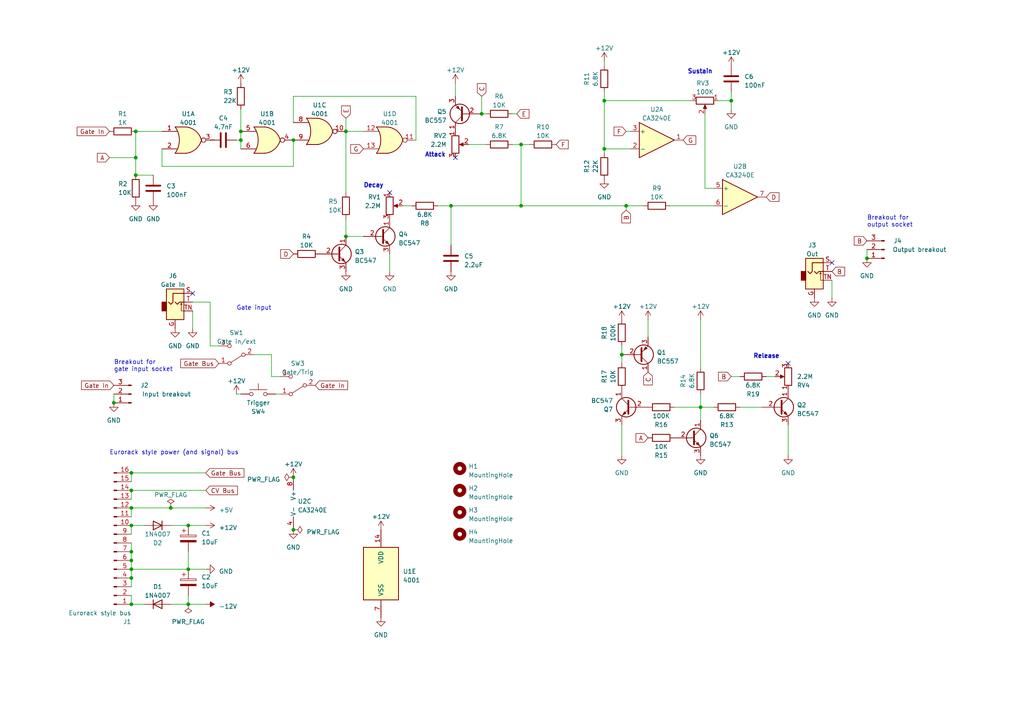
<source format=kicad_sch>
(kicad_sch (version 20230121) (generator eeschema)
  (paper "A4")
  (title_block (title "Penfold ADSR") (date "2023-06-08") (rev "v1.0") (comment 1 "BP105, first published 2986, Bernard Babani") (comment 2 "Based on designs from 'Electronic Sythesiser Construction', by R.A.Penfold"))
  (lib_symbols
    (symbol "4xxx:4001" (pin_names (offset 1.016))
      (property "Reference" "U" (at 0 1.27 0))
      (property "Value" "4001" (at 0 -1.27 0))
      (symbol "4001_1_1"
        (arc (start -3.81 -3.81) (mid -2.589 0) (end -3.81 3.81) (stroke (width 0.254)))
        (arc (start -0.6096 -3.81) (mid 2.1842 -2.5851) (end 3.81 0) (stroke (width 0.254)) (fill (type background)))
        (polyline (pts (xy -3.81 -3.81) (xy -0.635 -3.81)) (stroke (width 0.254)) (fill (type background)))
        (polyline (pts (xy -3.81 3.81) (xy -0.635 3.81)) (stroke (width 0.254)) (fill (type background)))
        (polyline (pts (xy -0.635 3.81) (xy -3.81 3.81) (xy -3.81 3.81) (xy -3.556 3.4036) (xy -3.0226 2.2606) (xy -2.6924 1.0414) (xy -2.6162 -0.254) (xy -2.7686 -1.4986) (xy -3.175 -2.7178) (xy -3.81 -3.81) (xy -3.81 -3.81) (xy -0.635 -3.81)) (stroke (width -25.4)) (fill (type background)))
        (arc (start 3.81 0) (mid 2.1915 2.5936) (end -0.6096 3.81) (stroke (width 0.254)) (fill (type background)))
        (pin input line (at -7.62 2.54 0) (length 4.318) (name "~") (number "1"))
        (pin input line (at -7.62 -2.54 0) (length 4.318) (name "~") (number "2"))
        (pin output inverted (at 7.62 0 180) (length 3.81) (name "~") (number "3"))
      )
      (symbol "4001_1_2"
        (arc (start 0 -3.81) (mid 3.7934 0) (end 0 3.81) (stroke (width 0.254)) (fill (type background)))
        (polyline (pts (xy 0 3.81) (xy -3.81 3.81) (xy -3.81 -3.81) (xy 0 -3.81)) (stroke (width 0.254)) (fill (type background)))
        (pin input inverted (at -7.62 2.54 0) (length 3.81) (name "~") (number "1"))
        (pin input inverted (at -7.62 -2.54 0) (length 3.81) (name "~") (number "2"))
        (pin output line (at 7.62 0 180) (length 3.81) (name "~") (number "3"))
      )
      (symbol "4001_2_1"
        (arc (start -3.81 -3.81) (mid -2.589 0) (end -3.81 3.81) (stroke (width 0.254)))
        (arc (start -0.6096 -3.81) (mid 2.1842 -2.5851) (end 3.81 0) (stroke (width 0.254)) (fill (type background)))
        (polyline (pts (xy -3.81 -3.81) (xy -0.635 -3.81)) (stroke (width 0.254)) (fill (type background)))
        (polyline (pts (xy -3.81 3.81) (xy -0.635 3.81)) (stroke (width 0.254)) (fill (type background)))
        (polyline (pts (xy -0.635 3.81) (xy -3.81 3.81) (xy -3.81 3.81) (xy -3.556 3.4036) (xy -3.0226 2.2606) (xy -2.6924 1.0414) (xy -2.6162 -0.254) (xy -2.7686 -1.4986) (xy -3.175 -2.7178) (xy -3.81 -3.81) (xy -3.81 -3.81) (xy -0.635 -3.81)) (stroke (width -25.4)) (fill (type background)))
        (arc (start 3.81 0) (mid 2.1915 2.5936) (end -0.6096 3.81) (stroke (width 0.254)) (fill (type background)))
        (pin output inverted (at 7.62 0 180) (length 3.81) (name "~") (number "4"))
        (pin input line (at -7.62 2.54 0) (length 4.318) (name "~") (number "5"))
        (pin input line (at -7.62 -2.54 0) (length 4.318) (name "~") (number "6"))
      )
      (symbol "4001_2_2"
        (arc (start 0 -3.81) (mid 3.7934 0) (end 0 3.81) (stroke (width 0.254)) (fill (type background)))
        (polyline (pts (xy 0 3.81) (xy -3.81 3.81) (xy -3.81 -3.81) (xy 0 -3.81)) (stroke (width 0.254)) (fill (type background)))
        (pin output line (at 7.62 0 180) (length 3.81) (name "~") (number "4"))
        (pin input inverted (at -7.62 2.54 0) (length 3.81) (name "~") (number "5"))
        (pin input inverted (at -7.62 -2.54 0) (length 3.81) (name "~") (number "6"))
      )
      (symbol "4001_3_1"
        (arc (start -3.81 -3.81) (mid -2.589 0) (end -3.81 3.81) (stroke (width 0.254)))
        (arc (start -0.6096 -3.81) (mid 2.1842 -2.5851) (end 3.81 0) (stroke (width 0.254)) (fill (type background)))
        (polyline (pts (xy -3.81 -3.81) (xy -0.635 -3.81)) (stroke (width 0.254)) (fill (type background)))
        (polyline (pts (xy -3.81 3.81) (xy -0.635 3.81)) (stroke (width 0.254)) (fill (type background)))
        (polyline (pts (xy -0.635 3.81) (xy -3.81 3.81) (xy -3.81 3.81) (xy -3.556 3.4036) (xy -3.0226 2.2606) (xy -2.6924 1.0414) (xy -2.6162 -0.254) (xy -2.7686 -1.4986) (xy -3.175 -2.7178) (xy -3.81 -3.81) (xy -3.81 -3.81) (xy -0.635 -3.81)) (stroke (width -25.4)) (fill (type background)))
        (arc (start 3.81 0) (mid 2.1915 2.5936) (end -0.6096 3.81) (stroke (width 0.254)) (fill (type background)))
        (pin output inverted (at 7.62 0 180) (length 3.81) (name "~") (number "10"))
        (pin input line (at -7.62 2.54 0) (length 4.318) (name "~") (number "8"))
        (pin input line (at -7.62 -2.54 0) (length 4.318) (name "~") (number "9"))
      )
      (symbol "4001_3_2"
        (arc (start 0 -3.81) (mid 3.7934 0) (end 0 3.81) (stroke (width 0.254)) (fill (type background)))
        (polyline (pts (xy 0 3.81) (xy -3.81 3.81) (xy -3.81 -3.81) (xy 0 -3.81)) (stroke (width 0.254)) (fill (type background)))
        (pin output line (at 7.62 0 180) (length 3.81) (name "~") (number "10"))
        (pin input inverted (at -7.62 2.54 0) (length 3.81) (name "~") (number "8"))
        (pin input inverted (at -7.62 -2.54 0) (length 3.81) (name "~") (number "9"))
      )
      (symbol "4001_4_1"
        (arc (start -3.81 -3.81) (mid -2.589 0) (end -3.81 3.81) (stroke (width 0.254)))
        (arc (start -0.6096 -3.81) (mid 2.1842 -2.5851) (end 3.81 0) (stroke (width 0.254)) (fill (type background)))
        (polyline (pts (xy -3.81 -3.81) (xy -0.635 -3.81)) (stroke (width 0.254)) (fill (type background)))
        (polyline (pts (xy -3.81 3.81) (xy -0.635 3.81)) (stroke (width 0.254)) (fill (type background)))
        (polyline (pts (xy -0.635 3.81) (xy -3.81 3.81) (xy -3.81 3.81) (xy -3.556 3.4036) (xy -3.0226 2.2606) (xy -2.6924 1.0414) (xy -2.6162 -0.254) (xy -2.7686 -1.4986) (xy -3.175 -2.7178) (xy -3.81 -3.81) (xy -3.81 -3.81) (xy -0.635 -3.81)) (stroke (width -25.4)) (fill (type background)))
        (arc (start 3.81 0) (mid 2.1915 2.5936) (end -0.6096 3.81) (stroke (width 0.254)) (fill (type background)))
        (pin output inverted (at 7.62 0 180) (length 3.81) (name "~") (number "11"))
        (pin input line (at -7.62 2.54 0) (length 4.318) (name "~") (number "12"))
        (pin input line (at -7.62 -2.54 0) (length 4.318) (name "~") (number "13"))
      )
      (symbol "4001_4_2"
        (arc (start 0 -3.81) (mid 3.7934 0) (end 0 3.81) (stroke (width 0.254)) (fill (type background)))
        (polyline (pts (xy 0 3.81) (xy -3.81 3.81) (xy -3.81 -3.81) (xy 0 -3.81)) (stroke (width 0.254)) (fill (type background)))
        (pin output line (at 7.62 0 180) (length 3.81) (name "~") (number "11"))
        (pin input inverted (at -7.62 2.54 0) (length 3.81) (name "~") (number "12"))
        (pin input inverted (at -7.62 -2.54 0) (length 3.81) (name "~") (number "13"))
      )
      (symbol "4001_5_0"
        (pin power_in line (at 0 12.7 270) (length 5.08) (name "VDD") (number "14"))
        (pin power_in line (at 0 -12.7 90) (length 5.08) (name "VSS") (number "7"))
      )
      (symbol "4001_5_1"
        (rectangle (start -5.08 7.62) (end 5.08 -7.62) (stroke (width 0.254)) (fill (type background)))
      )
    )
    (symbol "Amplifier_Operational:LM358" (pin_names (offset 0.127))
      (property "Reference" "U" (at 0 5.08 0))
      (property "Value" "LM358" (at 0 -5.08 0))
      (symbol "LM358_1_1"
        (polyline (pts (xy -5.08 5.08) (xy 5.08 0) (xy -5.08 -5.08) (xy -5.08 5.08)) (stroke (width 0.254)) (fill (type background)))
        (pin output line (at 7.62 0 180) (length 2.54) (name "~") (number "1"))
        (pin input line (at -7.62 -2.54 0) (length 2.54) (name "-") (number "2"))
        (pin input line (at -7.62 2.54 0) (length 2.54) (name "+") (number "3"))
      )
      (symbol "LM358_2_1"
        (polyline (pts (xy -5.08 5.08) (xy 5.08 0) (xy -5.08 -5.08) (xy -5.08 5.08)) (stroke (width 0.254)) (fill (type background)))
        (pin input line (at -7.62 2.54 0) (length 2.54) (name "+") (number "5"))
        (pin input line (at -7.62 -2.54 0) (length 2.54) (name "-") (number "6"))
        (pin output line (at 7.62 0 180) (length 2.54) (name "~") (number "7"))
      )
      (symbol "LM358_3_1"
        (pin power_in line (at -2.54 -7.62 90) (length 3.81) (name "V-") (number "4"))
        (pin power_in line (at -2.54 7.62 270) (length 3.81) (name "V+") (number "8"))
      )
    )
    (symbol "Connector:Conn_01x03_Pin" (pin_names (offset 1.016) hide)
      (property "Reference" "J" (at 0 5.08 0))
      (property "Value" "Conn_01x03_Pin" (at 0 -5.08 0))
      (symbol "Conn_01x03_Pin_1_1"
        (polyline (pts (xy 1.27 -2.54) (xy 0.8636 -2.54)) (stroke (width 0.1524)))
        (polyline (pts (xy 1.27 0) (xy 0.8636 0)) (stroke (width 0.1524)))
        (polyline (pts (xy 1.27 2.54) (xy 0.8636 2.54)) (stroke (width 0.1524)))
        (rectangle (start 0.8636 -2.413) (end 0 -2.667) (stroke (width 0.1524)) (fill (type outline)))
        (rectangle (start 0.8636 0.127) (end 0 -0.127) (stroke (width 0.1524)) (fill (type outline)))
        (rectangle (start 0.8636 2.667) (end 0 2.413) (stroke (width 0.1524)) (fill (type outline)))
        (pin passive line (at 5.08 2.54 180) (length 3.81) (name "Pin_1") (number "1"))
        (pin passive line (at 5.08 0 180) (length 3.81) (name "Pin_2") (number "2"))
        (pin passive line (at 5.08 -2.54 180) (length 3.81) (name "Pin_3") (number "3"))
      )
    )
    (symbol "Connector:Conn_01x16_Pin" (pin_names (offset 1.016) hide)
      (property "Reference" "J" (at 0 20.32 0))
      (property "Value" "Conn_01x16_Pin" (at 0 -22.86 0))
      (symbol "Conn_01x16_Pin_1_1"
        (polyline (pts (xy 1.27 -20.32) (xy 0.8636 -20.32)) (stroke (width 0.1524)))
        (polyline (pts (xy 1.27 -17.78) (xy 0.8636 -17.78)) (stroke (width 0.1524)))
        (polyline (pts (xy 1.27 -15.24) (xy 0.8636 -15.24)) (stroke (width 0.1524)))
        (polyline (pts (xy 1.27 -12.7) (xy 0.8636 -12.7)) (stroke (width 0.1524)))
        (polyline (pts (xy 1.27 -10.16) (xy 0.8636 -10.16)) (stroke (width 0.1524)))
        (polyline (pts (xy 1.27 -7.62) (xy 0.8636 -7.62)) (stroke (width 0.1524)))
        (polyline (pts (xy 1.27 -5.08) (xy 0.8636 -5.08)) (stroke (width 0.1524)))
        (polyline (pts (xy 1.27 -2.54) (xy 0.8636 -2.54)) (stroke (width 0.1524)))
        (polyline (pts (xy 1.27 0) (xy 0.8636 0)) (stroke (width 0.1524)))
        (polyline (pts (xy 1.27 2.54) (xy 0.8636 2.54)) (stroke (width 0.1524)))
        (polyline (pts (xy 1.27 5.08) (xy 0.8636 5.08)) (stroke (width 0.1524)))
        (polyline (pts (xy 1.27 7.62) (xy 0.8636 7.62)) (stroke (width 0.1524)))
        (polyline (pts (xy 1.27 10.16) (xy 0.8636 10.16)) (stroke (width 0.1524)))
        (polyline (pts (xy 1.27 12.7) (xy 0.8636 12.7)) (stroke (width 0.1524)))
        (polyline (pts (xy 1.27 15.24) (xy 0.8636 15.24)) (stroke (width 0.1524)))
        (polyline (pts (xy 1.27 17.78) (xy 0.8636 17.78)) (stroke (width 0.1524)))
        (rectangle (start 0.8636 -20.193) (end 0 -20.447) (stroke (width 0.1524)) (fill (type outline)))
        (rectangle (start 0.8636 -17.653) (end 0 -17.907) (stroke (width 0.1524)) (fill (type outline)))
        (rectangle (start 0.8636 -15.113) (end 0 -15.367) (stroke (width 0.1524)) (fill (type outline)))
        (rectangle (start 0.8636 -12.573) (end 0 -12.827) (stroke (width 0.1524)) (fill (type outline)))
        (rectangle (start 0.8636 -10.033) (end 0 -10.287) (stroke (width 0.1524)) (fill (type outline)))
        (rectangle (start 0.8636 -7.493) (end 0 -7.747) (stroke (width 0.1524)) (fill (type outline)))
        (rectangle (start 0.8636 -4.953) (end 0 -5.207) (stroke (width 0.1524)) (fill (type outline)))
        (rectangle (start 0.8636 -2.413) (end 0 -2.667) (stroke (width 0.1524)) (fill (type outline)))
        (rectangle (start 0.8636 0.127) (end 0 -0.127) (stroke (width 0.1524)) (fill (type outline)))
        (rectangle (start 0.8636 2.667) (end 0 2.413) (stroke (width 0.1524)) (fill (type outline)))
        (rectangle (start 0.8636 5.207) (end 0 4.953) (stroke (width 0.1524)) (fill (type outline)))
        (rectangle (start 0.8636 7.747) (end 0 7.493) (stroke (width 0.1524)) (fill (type outline)))
        (rectangle (start 0.8636 10.287) (end 0 10.033) (stroke (width 0.1524)) (fill (type outline)))
        (rectangle (start 0.8636 12.827) (end 0 12.573) (stroke (width 0.1524)) (fill (type outline)))
        (rectangle (start 0.8636 15.367) (end 0 15.113) (stroke (width 0.1524)) (fill (type outline)))
        (rectangle (start 0.8636 17.907) (end 0 17.653) (stroke (width 0.1524)) (fill (type outline)))
        (pin passive line (at 5.08 17.78 180) (length 3.81) (name "Pin_1") (number "1"))
        (pin passive line (at 5.08 -5.08 180) (length 3.81) (name "Pin_10") (number "10"))
        (pin passive line (at 5.08 -7.62 180) (length 3.81) (name "Pin_11") (number "11"))
        (pin passive line (at 5.08 -10.16 180) (length 3.81) (name "Pin_12") (number "12"))
        (pin passive line (at 5.08 -12.7 180) (length 3.81) (name "Pin_13") (number "13"))
        (pin passive line (at 5.08 -15.24 180) (length 3.81) (name "Pin_14") (number "14"))
        (pin passive line (at 5.08 -17.78 180) (length 3.81) (name "Pin_15") (number "15"))
        (pin passive line (at 5.08 -20.32 180) (length 3.81) (name "Pin_16") (number "16"))
        (pin passive line (at 5.08 15.24 180) (length 3.81) (name "Pin_2") (number "2"))
        (pin passive line (at 5.08 12.7 180) (length 3.81) (name "Pin_3") (number "3"))
        (pin passive line (at 5.08 10.16 180) (length 3.81) (name "Pin_4") (number "4"))
        (pin passive line (at 5.08 7.62 180) (length 3.81) (name "Pin_5") (number "5"))
        (pin passive line (at 5.08 5.08 180) (length 3.81) (name "Pin_6") (number "6"))
        (pin passive line (at 5.08 2.54 180) (length 3.81) (name "Pin_7") (number "7"))
        (pin passive line (at 5.08 0 180) (length 3.81) (name "Pin_8") (number "8"))
        (pin passive line (at 5.08 -2.54 180) (length 3.81) (name "Pin_9") (number "9"))
      )
    )
    (symbol "Connector_Audio:AudioJack2_Ground_SwitchT"
      (property "Reference" "J" (at 0 8.89 0))
      (property "Value" "AudioJack2_Ground_SwitchT" (at 0 6.35 0))
      (symbol "AudioJack2_Ground_SwitchT_0_1"
        (rectangle (start -2.54 0) (end -3.81 -2.54) (stroke (width 0.254)) (fill (type outline)))
        (polyline (pts (xy 1.778 -0.254) (xy 2.032 -0.762)))
        (polyline (pts (xy 0 0) (xy 0.635 -0.635) (xy 1.27 0) (xy 2.54 0)) (stroke (width 0.254)))
        (polyline (pts (xy 2.54 -2.54) (xy 1.778 -2.54) (xy 1.778 -0.254) (xy 1.524 -0.762)))
        (polyline (pts (xy 2.54 2.54) (xy -0.635 2.54) (xy -0.635 0) (xy -1.27 -0.635) (xy -1.905 0)) (stroke (width 0.254)))
        (rectangle (start 2.54 3.81) (end -2.54 -5.08) (stroke (width 0.254)) (fill (type background)))
      )
      (symbol "AudioJack2_Ground_SwitchT_1_1"
        (pin passive line (at 0 -7.62 90) (length 2.54) (name "~") (number "G"))
        (pin passive line (at 5.08 2.54 180) (length 2.54) (name "~") (number "S"))
        (pin passive line (at 5.08 0 180) (length 2.54) (name "~") (number "T"))
        (pin passive line (at 5.08 -2.54 180) (length 2.54) (name "~") (number "TN"))
      )
    )
    (symbol "Device:C" (pin_numbers hide) (pin_names (offset 0.254))
      (property "Reference" "C" (at 0.635 2.54 0))
      (property "Value" "C" (at 0.635 -2.54 0))
      (symbol "C_0_1"
        (polyline (pts (xy -2.032 -0.762) (xy 2.032 -0.762)) (stroke (width 0.508)))
        (polyline (pts (xy -2.032 0.762) (xy 2.032 0.762)) (stroke (width 0.508)))
      )
      (symbol "C_1_1"
        (pin passive line (at 0 3.81 270) (length 2.794) (name "~") (number "1"))
        (pin passive line (at 0 -3.81 90) (length 2.794) (name "~") (number "2"))
      )
    )
    (symbol "Device:C_Polarized" (pin_numbers hide) (pin_names (offset 0.254))
      (property "Reference" "C" (at 0.635 2.54 0))
      (property "Value" "C_Polarized" (at 0.635 -2.54 0))
      (symbol "C_Polarized_0_1"
        (rectangle (start -2.286 0.508) (end 2.286 1.016))
        (polyline (pts (xy -1.778 2.286) (xy -0.762 2.286)))
        (polyline (pts (xy -1.27 2.794) (xy -1.27 1.778)))
        (rectangle (start 2.286 -0.508) (end -2.286 -1.016) (fill (type outline)))
      )
      (symbol "C_Polarized_1_1"
        (pin passive line (at 0 3.81 270) (length 2.794) (name "~") (number "1"))
        (pin passive line (at 0 -3.81 90) (length 2.794) (name "~") (number "2"))
      )
    )
    (symbol "Device:D" (pin_numbers hide) (pin_names (offset 1.016) hide)
      (property "Reference" "D" (at 0 2.54 0))
      (property "Value" "D" (at 0 -2.54 0))
      (symbol "D_0_1"
        (polyline (pts (xy -1.27 1.27) (xy -1.27 -1.27)) (stroke (width 0.254)))
        (polyline (pts (xy 1.27 0) (xy -1.27 0)))
        (polyline (pts (xy 1.27 1.27) (xy 1.27 -1.27) (xy -1.27 0) (xy 1.27 1.27)) (stroke (width 0.254)))
      )
      (symbol "D_1_1"
        (pin passive line (at -3.81 0 0) (length 2.54) (name "K") (number "1"))
        (pin passive line (at 3.81 0 180) (length 2.54) (name "A") (number "2"))
      )
    )
    (symbol "Device:R" (pin_numbers hide) (pin_names (offset 0))
      (property "Reference" "R" (at 2.032 0 90))
      (property "Value" "R" (at 0 0 90))
      (symbol "R_0_1"
        (rectangle (start -1.016 -2.54) (end 1.016 2.54) (stroke (width 0.254)))
      )
      (symbol "R_1_1"
        (pin passive line (at 0 3.81 270) (length 1.27) (name "~") (number "1"))
        (pin passive line (at 0 -3.81 90) (length 1.27) (name "~") (number "2"))
      )
    )
    (symbol "Device:R_Potentiometer" (pin_names (offset 1.016) hide)
      (property "Reference" "RV" (at -4.445 0 90))
      (property "Value" "R_Potentiometer" (at -2.54 0 90))
      (symbol "R_Potentiometer_0_1"
        (polyline (pts (xy 2.54 0) (xy 1.524 0)))
        (polyline (pts (xy 1.143 0) (xy 2.286 0.508) (xy 2.286 -0.508) (xy 1.143 0)) (fill (type outline)))
        (rectangle (start 1.016 2.54) (end -1.016 -2.54) (stroke (width 0.254)))
      )
      (symbol "R_Potentiometer_1_1"
        (pin passive line (at 0 3.81 270) (length 1.27) (name "1") (number "1"))
        (pin passive line (at 3.81 0 180) (length 1.27) (name "2") (number "2"))
        (pin passive line (at 0 -3.81 90) (length 1.27) (name "3") (number "3"))
      )
    )
    (symbol "Mechanical:MountingHole" (pin_names (offset 1.016))
      (property "Reference" "H" (at 0 5.08 0))
      (property "Value" "MountingHole" (at 0 3.175 0))
      (symbol "MountingHole_0_1"
        (circle (center 0 0) (radius 1.27) (stroke (width 1.27)))
      )
    )
    (symbol "Switch:SW_Push" (pin_numbers hide) (pin_names (offset 1.016) hide)
      (property "Reference" "SW" (at 1.27 2.54 0))
      (property "Value" "SW_Push" (at 0 -1.524 0))
      (symbol "SW_Push_0_1"
        (circle (center -2.032 0) (radius 0.508))
        (polyline (pts (xy 0 1.27) (xy 0 3.048)))
        (polyline (pts (xy 2.54 1.27) (xy -2.54 1.27)))
        (circle (center 2.032 0) (radius 0.508))
        (pin passive line (at -5.08 0 0) (length 2.54) (name "1") (number "1"))
        (pin passive line (at 5.08 0 180) (length 2.54) (name "2") (number "2"))
      )
    )
    (symbol "Switch:SW_SPDT" (pin_names (offset 0) hide)
      (property "Reference" "SW" (at 0 4.318 0))
      (property "Value" "SW_SPDT" (at 0 -5.08 0))
      (symbol "SW_SPDT_0_0"
        (circle (center -2.032 0) (radius 0.508))
        (circle (center 2.032 -2.54) (radius 0.508))
      )
      (symbol "SW_SPDT_0_1"
        (polyline (pts (xy -1.524 0.254) (xy 1.651 2.286)))
        (circle (center 2.032 2.54) (radius 0.508))
      )
      (symbol "SW_SPDT_1_1"
        (pin passive line (at 5.08 2.54 180) (length 2.54) (name "A") (number "1"))
        (pin passive line (at -5.08 0 0) (length 2.54) (name "B") (number "2"))
        (pin passive line (at 5.08 -2.54 180) (length 2.54) (name "C") (number "3"))
      )
    )
    (symbol "Transistor_BJT:BC547" (pin_names (offset 0) hide)
      (property "Reference" "Q" (at 5.08 1.905 0))
      (property "Value" "BC547" (at 5.08 0 0))
      (symbol "BC547_0_1"
        (polyline (pts (xy 0 0) (xy 0.635 0)))
        (polyline (pts (xy 0.635 0.635) (xy 2.54 2.54)))
        (polyline (pts (xy 0.635 -0.635) (xy 2.54 -2.54) (xy 2.54 -2.54)))
        (polyline (pts (xy 0.635 1.905) (xy 0.635 -1.905) (xy 0.635 -1.905)) (stroke (width 0.508)))
        (polyline (pts (xy 1.27 -1.778) (xy 1.778 -1.27) (xy 2.286 -2.286) (xy 1.27 -1.778) (xy 1.27 -1.778)) (fill (type outline)))
        (circle (center 1.27 0) (radius 2.8194) (stroke (width 0.254)))
      )
      (symbol "BC547_1_1"
        (pin passive line (at 2.54 5.08 270) (length 2.54) (name "C") (number "1"))
        (pin input line (at -5.08 0 0) (length 5.08) (name "B") (number "2"))
        (pin passive line (at 2.54 -5.08 90) (length 2.54) (name "E") (number "3"))
      )
    )
    (symbol "Transistor_BJT:BC557" (pin_names (offset 0) hide)
      (property "Reference" "Q" (at 5.08 1.905 0))
      (property "Value" "BC557" (at 5.08 0 0))
      (symbol "BC557_0_1"
        (polyline (pts (xy 0.635 0.635) (xy 2.54 2.54)))
        (polyline (pts (xy 0.635 -0.635) (xy 2.54 -2.54) (xy 2.54 -2.54)))
        (polyline (pts (xy 0.635 1.905) (xy 0.635 -1.905) (xy 0.635 -1.905)) (stroke (width 0.508)))
        (polyline (pts (xy 2.286 -1.778) (xy 1.778 -2.286) (xy 1.27 -1.27) (xy 2.286 -1.778) (xy 2.286 -1.778)) (fill (type outline)))
        (circle (center 1.27 0) (radius 2.8194) (stroke (width 0.254)))
      )
      (symbol "BC557_1_1"
        (pin passive line (at 2.54 5.08 270) (length 2.54) (name "C") (number "1"))
        (pin input line (at -5.08 0 0) (length 5.715) (name "B") (number "2"))
        (pin passive line (at 2.54 -5.08 90) (length 2.54) (name "E") (number "3"))
      )
    )
    (symbol "power:+12V" (power) (pin_names (offset 0))
      (property "Value" "+12V" (at 0 3.556 0))
      (symbol "+12V_0_1"
        (polyline (pts (xy -0.762 1.27) (xy 0 2.54)))
        (polyline (pts (xy 0 0) (xy 0 2.54)))
        (polyline (pts (xy 0 2.54) (xy 0.762 1.27)))
      )
      (symbol "+12V_1_1"
        (pin power_in line (at 0 0 90) (length 0) hide (name "+12V") (number "1"))
      )
    )
    (symbol "power:+5V" (power) (pin_names (offset 0))
      (property "Value" "+5V" (at 0 3.556 0))
      (symbol "+5V_0_1"
        (polyline (pts (xy -0.762 1.27) (xy 0 2.54)))
        (polyline (pts (xy 0 0) (xy 0 2.54)))
        (polyline (pts (xy 0 2.54) (xy 0.762 1.27)))
      )
      (symbol "+5V_1_1"
        (pin power_in line (at 0 0 90) (length 0) hide (name "+5V") (number "1"))
      )
    )
    (symbol "power:-12V" (power) (pin_names (offset 0))
      (property "Value" "-12V" (at 0 3.81 0))
      (symbol "-12V_0_0"
        (pin power_in line (at 0 0 90) (length 0) hide (name "-12V") (number "1"))
      )
      (symbol "-12V_0_1"
        (polyline (pts (xy 0 0) (xy 0 1.27) (xy 0.762 1.27) (xy 0 2.54) (xy -0.762 1.27) (xy 0 1.27)) (fill (type outline)))
      )
    )
    (symbol "power:GND" (power) (pin_names (offset 0))
      (property "Value" "GND" (at 0 -3.81 0))
      (symbol "GND_0_1"
        (polyline (pts (xy 0 0) (xy 0 -1.27) (xy 1.27 -1.27) (xy 0 -2.54) (xy -1.27 -1.27) (xy 0 -1.27)))
      )
      (symbol "GND_1_1"
        (pin power_in line (at 0 0 270) (length 0) hide (name "GND") (number "1"))
      )
    )
    (symbol "power:PWR_FLAG" (power) (pin_numbers hide) (pin_names (offset 0) hide)
      (property "Value" "PWR_FLAG" (at 0 3.81 0))
      (symbol "PWR_FLAG_0_0"
        (pin power_out line (at 0 0 90) (length 0) (name "pwr") (number "1"))
      )
      (symbol "PWR_FLAG_0_1"
        (polyline (pts (xy 0 0) (xy 0 1.27) (xy -1.016 1.905) (xy 0 2.54) (xy 1.016 1.905) (xy 0 1.27)))
      )
    )
  )
  (junction (at 54.61 152.4))
  (junction (at 38.1 147.32))
  (junction (at 38.1 162.56))
  (junction (at 39.37 38.1))
  (junction (at 38.1 137.16))
  (junction (at 180.34 102.87))
  (junction (at 49.53 147.32))
  (junction (at 39.37 50.8))
  (junction (at 212.09 29.21))
  (junction (at 38.1 152.4))
  (junction (at 85.09 153.67))
  (junction (at 151.13 59.69))
  (junction (at 139.7 33.02))
  (junction (at 100.33 38.1))
  (junction (at 33.02 116.84))
  (junction (at 38.1 165.1))
  (junction (at 130.81 59.69))
  (junction (at 175.26 43.18))
  (junction (at 54.61 165.1))
  (junction (at 181.61 59.69))
  (junction (at 38.1 160.02))
  (junction (at 54.61 175.26))
  (junction (at 85.09 40.64))
  (junction (at 175.26 29.21))
  (junction (at 69.85 40.64))
  (junction (at 85.09 138.43))
  (junction (at 38.1 142.24))
  (junction (at 38.1 167.64))
  (junction (at 203.2 118.11))
  (junction (at 38.1 175.26))
  (junction (at 69.85 38.1))
  (junction (at 151.13 41.91))
  (junction (at 100.33 68.58))
  (junction (at 39.37 45.72))
  (junction (at 251.46 74.93))
  (no_connect (at 228.6 105.41))
  (no_connect (at 113.03 55.88))
  (no_connect (at 132.08 45.72))
  (no_connect (at 241.3 76.2))
  (no_connect (at 55.88 85.09))
  (wire (pts (xy 120.65 27.94) (xy 120.65 40.64)))
  (wire (pts (xy 187.96 92.71) (xy 187.96 97.79)))
  (wire (pts (xy 195.58 118.11) (xy 203.2 118.11)))
  (wire (pts (xy 38.1 165.1) (xy 38.1 167.64)))
  (wire (pts (xy 38.1 152.4) (xy 38.1 154.94)))
  (wire (pts (xy 68.58 114.3) (xy 69.85 114.3)))
  (wire (pts (xy 100.33 34.29) (xy 100.33 38.1)))
  (wire (pts (xy 180.34 102.87) (xy 180.34 100.33)))
  (wire (pts (xy 175.26 29.21) (xy 200.66 29.21)))
  (wire (pts (xy 148.59 33.02) (xy 149.86 33.02)))
  (wire (pts (xy 46.99 48.26) (xy 85.09 48.26)))
  (wire (pts (xy 85.09 35.56) (xy 85.09 27.94)))
  (wire (pts (xy 60.96 100.33) (xy 63.5 100.33)))
  (wire (pts (xy 55.88 90.17) (xy 55.88 95.25)))
  (wire (pts (xy 38.1 160.02) (xy 38.1 162.56)))
  (wire (pts (xy 60.96 40.64) (xy 62.23 40.64)))
  (wire (pts (xy 151.13 41.91) (xy 153.67 41.91)))
  (wire (pts (xy 69.85 40.64) (xy 69.85 43.18)))
  (wire (pts (xy 100.33 38.1) (xy 105.41 38.1)))
  (wire (pts (xy 55.88 87.63) (xy 60.96 87.63)))
  (wire (pts (xy 220.98 118.11) (xy 214.63 118.11)))
  (wire (pts (xy 38.1 142.24) (xy 59.69 142.24)))
  (wire (pts (xy 38.1 165.1) (xy 54.61 165.1)))
  (wire (pts (xy 130.81 59.69) (xy 130.81 71.12)))
  (wire (pts (xy 38.1 137.16) (xy 38.1 139.7)))
  (wire (pts (xy 175.26 29.21) (xy 175.26 43.18)))
  (wire (pts (xy 208.28 29.21) (xy 212.09 29.21)))
  (wire (pts (xy 33.02 114.3) (xy 33.02 116.84)))
  (wire (pts (xy 194.31 59.69) (xy 207.01 59.69)))
  (wire (pts (xy 38.1 157.48) (xy 38.1 160.02)))
  (wire (pts (xy 182.88 43.18) (xy 175.26 43.18)))
  (wire (pts (xy 203.2 118.11) (xy 203.2 121.92)))
  (wire (pts (xy 38.1 147.32) (xy 38.1 149.86)))
  (wire (pts (xy 148.59 41.91) (xy 151.13 41.91)))
  (wire (pts (xy 39.37 38.1) (xy 46.99 38.1)))
  (wire (pts (xy 181.61 59.69) (xy 186.69 59.69)))
  (wire (pts (xy 49.53 152.4) (xy 54.61 152.4)))
  (wire (pts (xy 135.89 41.91) (xy 140.97 41.91)))
  (wire (pts (xy 139.7 27.94) (xy 139.7 33.02)))
  (wire (pts (xy 69.85 31.75) (xy 69.85 38.1)))
  (wire (pts (xy 182.88 38.1) (xy 181.61 38.1)))
  (wire (pts (xy 175.26 44.45) (xy 175.26 43.18)))
  (wire (pts (xy 151.13 59.69) (xy 151.13 41.91)))
  (wire (pts (xy 78.74 109.22) (xy 81.28 109.22)))
  (wire (pts (xy 54.61 165.1) (xy 59.69 165.1)))
  (wire (pts (xy 222.25 109.22) (xy 224.79 109.22)))
  (wire (pts (xy 85.09 40.64) (xy 85.09 48.26)))
  (wire (pts (xy 39.37 50.8) (xy 44.45 50.8)))
  (wire (pts (xy 251.46 72.39) (xy 251.46 74.93)))
  (wire (pts (xy 49.53 175.26) (xy 54.61 175.26)))
  (wire (pts (xy 100.33 68.58) (xy 105.41 68.58)))
  (wire (pts (xy 175.26 17.78) (xy 175.26 19.05)))
  (wire (pts (xy 31.75 45.72) (xy 39.37 45.72)))
  (wire (pts (xy 69.85 38.1) (xy 69.85 40.64)))
  (wire (pts (xy 73.66 102.87) (xy 78.74 102.87)))
  (wire (pts (xy 39.37 45.72) (xy 39.37 50.8)))
  (wire (pts (xy 175.26 26.67) (xy 175.26 29.21)))
  (wire (pts (xy 203.2 114.3) (xy 203.2 118.11)))
  (wire (pts (xy 203.2 92.71) (xy 203.2 106.68)))
  (wire (pts (xy 212.09 29.21) (xy 212.09 31.75)))
  (wire (pts (xy 49.53 147.32) (xy 59.69 147.32)))
  (wire (pts (xy 38.1 137.16) (xy 59.69 137.16)))
  (wire (pts (xy 38.1 175.26) (xy 41.91 175.26)))
  (wire (pts (xy 46.99 43.18) (xy 46.99 48.26)))
  (wire (pts (xy 85.09 27.94) (xy 120.65 27.94)))
  (wire (pts (xy 38.1 167.64) (xy 38.1 170.18)))
  (wire (pts (xy 116.84 59.69) (xy 119.38 59.69)))
  (wire (pts (xy 100.33 38.1) (xy 100.33 55.88)))
  (wire (pts (xy 100.33 63.5) (xy 100.33 68.58)))
  (wire (pts (xy 204.47 33.02) (xy 204.47 54.61)))
  (wire (pts (xy 130.81 59.69) (xy 127 59.69)))
  (wire (pts (xy 54.61 175.26) (xy 59.69 175.26)))
  (wire (pts (xy 60.96 87.63) (xy 60.96 100.33)))
  (wire (pts (xy 180.34 102.87) (xy 180.34 105.41)))
  (wire (pts (xy 204.47 54.61) (xy 207.01 54.61)))
  (wire (pts (xy 130.81 59.69) (xy 151.13 59.69)))
  (wire (pts (xy 203.2 118.11) (xy 207.01 118.11)))
  (wire (pts (xy 38.1 152.4) (xy 41.91 152.4)))
  (wire (pts (xy 180.34 132.08) (xy 180.34 123.19)))
  (wire (pts (xy 132.08 24.13) (xy 132.08 27.94)))
  (wire (pts (xy 78.74 102.87) (xy 78.74 109.22)))
  (wire (pts (xy 39.37 38.1) (xy 39.37 45.72)))
  (wire (pts (xy 181.61 59.69) (xy 181.61 60.96)))
  (wire (pts (xy 54.61 160.02) (xy 54.61 165.1)))
  (wire (pts (xy 68.58 40.64) (xy 69.85 40.64)))
  (wire (pts (xy 140.97 33.02) (xy 139.7 33.02)))
  (wire (pts (xy 212.09 109.22) (xy 214.63 109.22)))
  (wire (pts (xy 241.3 81.28) (xy 241.3 86.36)))
  (wire (pts (xy 54.61 172.72) (xy 54.61 175.26)))
  (wire (pts (xy 38.1 147.32) (xy 49.53 147.32)))
  (wire (pts (xy 151.13 59.69) (xy 181.61 59.69)))
  (wire (pts (xy 113.03 73.66) (xy 113.03 78.74)))
  (wire (pts (xy 80.01 114.3) (xy 81.28 114.3)))
  (wire (pts (xy 228.6 132.08) (xy 228.6 123.19)))
  (wire (pts (xy 38.1 172.72) (xy 38.1 175.26)))
  (wire (pts (xy 54.61 152.4) (xy 59.69 152.4)))
  (wire (pts (xy 38.1 162.56) (xy 38.1 165.1)))
  (wire (pts (xy 212.09 26.67) (xy 212.09 29.21)))
  (wire (pts (xy 38.1 142.24) (xy 38.1 144.78)))
  (text "Attack" (at 123.19 45.72 0) (effects (font (size 1.27 1.27) (thickness 0.254) bold) (justify left bottom)))
  (text "Decay" (at 105.41 54.61 0) (effects (font (size 1.27 1.27) (thickness 0.254) bold) (justify left bottom)))
  (text "Eurorack style power (and signal) bus" (at 31.75 132.08 0) (effects (font (size 1.27 1.27)) (justify left bottom)))
  (text "Breakout for\noutput socket" (at 251.46 66.04 0) (effects (font (size 1.27 1.27)) (justify left bottom)))
  (text "Breakout for\ngate input socket" (at 33.02 107.95 0) (effects (font (size 1.27 1.27)) (justify left bottom)))
  (text "Release" (at 218.44 104.14 0) (effects (font (size 1.27 1.27) (thickness 0.254) bold) (justify left bottom)))
  (text "Sustain" (at 199.39 21.59 0) (effects (font (size 1.27 1.27) (thickness 0.254) bold) (justify left bottom)))
  (text "Gate input" (at 68.58 90.17 0) (effects (font (size 1.27 1.27)) (justify left bottom)))
  (global_label "B" (shape input) (at 241.3 78.74 0) (property "Intersheetrefs" "${INTERSHEET_REFS}" (effects hide)))
  (global_label "C" (shape input) (at 139.7 27.94 90) (property "Intersheetrefs" "${INTERSHEET_REFS}" (effects hide)))
  (global_label "B" (shape input) (at 251.46 69.85 180) (property "Intersheetrefs" "${INTERSHEET_REFS}" (effects hide)))
  (global_label "Gate In" (shape input) (at 33.02 111.76 180) (property "Intersheetrefs" "${INTERSHEET_REFS}" (effects hide)))
  (global_label "A" (shape input) (at 31.75 45.72 180) (property "Intersheetrefs" "${INTERSHEET_REFS}" (effects hide)))
  (global_label "C" (shape input) (at 187.96 107.95 270) (property "Intersheetrefs" "${INTERSHEET_REFS}" (effects hide)))
  (global_label "G" (shape input) (at 198.12 40.64 0) (property "Intersheetrefs" "${INTERSHEET_REFS}" (effects hide)))
  (global_label "Gate In" (shape input) (at 91.44 111.76 0) (property "Intersheetrefs" "${INTERSHEET_REFS}" (effects hide)))
  (global_label "D" (shape input) (at 85.09 73.66 180) (property "Intersheetrefs" "${INTERSHEET_REFS}" (effects hide)))
  (global_label "A" (shape input) (at 187.96 127 180) (property "Intersheetrefs" "${INTERSHEET_REFS}" (effects hide)))
  (global_label "F" (shape input) (at 181.61 38.1 180) (property "Intersheetrefs" "${INTERSHEET_REFS}" (effects hide)))
  (global_label "B" (shape input) (at 212.09 109.22 180) (property "Intersheetrefs" "${INTERSHEET_REFS}" (effects hide)))
  (global_label "E" (shape input) (at 100.33 34.29 90) (property "Intersheetrefs" "${INTERSHEET_REFS}" (effects hide)))
  (global_label "D" (shape input) (at 222.25 57.15 0) (property "Intersheetrefs" "${INTERSHEET_REFS}" (effects hide)))
  (global_label "Gate Bus" (shape input) (at 63.5 105.41 180) (property "Intersheetrefs" "${INTERSHEET_REFS}" (effects hide)))
  (global_label "F" (shape input) (at 161.29 41.91 0) (property "Intersheetrefs" "${INTERSHEET_REFS}" (effects hide)))
  (global_label "Gate In" (shape input) (at 31.75 38.1 180) (property "Intersheetrefs" "${INTERSHEET_REFS}" (effects hide)))
  (global_label "Gate Bus" (shape input) (at 59.69 137.16 0) (property "Intersheetrefs" "${INTERSHEET_REFS}" (effects hide)))
  (global_label "E" (shape input) (at 149.86 33.02 0) (property "Intersheetrefs" "${INTERSHEET_REFS}" (effects hide)))
  (global_label "B" (shape input) (at 181.61 60.96 270) (property "Intersheetrefs" "${INTERSHEET_REFS}" (effects hide)))
  (global_label "G" (shape input) (at 105.41 43.18 180) (property "Intersheetrefs" "${INTERSHEET_REFS}" (effects hide)))
  (global_label "CV Bus" (shape input) (at 59.69 142.24 0) (property "Intersheetrefs" "${INTERSHEET_REFS}" (effects hide)))
  (symbol (lib_id "Device:R") (at 203.2 110.49 180) (unit 1)
    (property "Reference" "R14" (at 198.12 110.49 90))
    (property "Value" "6.8K" (at 200.66 110.49 90))
    (property "Footprint" "Resistor_THT:R_Axial_DIN0207_L6.3mm_D2.5mm_P10.16mm_Horizontal" (effects hide))
  )
  (symbol (lib_id "power:+12V") (at 132.08 24.13 0) (unit 1)
    (property "Reference" "#PWR017" (effects hide))
    (property "Value" "+12V" (at 132.08 20.32 0))
  )
  (symbol (lib_id "Device:R") (at 100.33 59.69 180) (unit 1)
    (property "Reference" "R5" (at 95.25 58.42 0) (effects (justify right)))
    (property "Value" "10K" (at 95.25 60.96 0) (effects (justify right)))
    (property "Footprint" "Resistor_THT:R_Axial_DIN0207_L6.3mm_D2.5mm_P10.16mm_Horizontal" (effects hide))
  )
  (symbol (lib_id "Transistor_BJT:BC547") (at 97.79 73.66 0) (unit 1)
    (property "Reference" "Q3" (at 102.87 73.025 0) (effects (justify left)))
    (property "Value" "BC547" (at 102.87 75.565 0) (effects (justify left)))
    (property "Footprint" "Package_TO_SOT_THT:TO-92_Inline" (effects hide))
    (property "Datasheet" "https://www.onsemi.com/pub/Collateral/BC550-D.pdf" (effects hide))
  )
  (symbol (lib_id "power:GND") (at 251.46 74.93 0) (unit 1)
    (property "Reference" "#PWR032" (effects hide))
    (property "Value" "GND" (at 251.46 80.01 0))
  )
  (symbol (lib_id "power:+5V") (at 59.69 147.32 270) (unit 1)
    (property "Reference" "#PWR02" (effects hide))
    (property "Value" "+5V" (at 63.5 147.955 90) (effects (justify left)))
  )
  (symbol (lib_id "power:GND") (at 55.88 95.25 0) (unit 1)
    (property "Reference" "#PWR08" (effects hide))
    (property "Value" "GND" (at 55.88 100.33 0))
  )
  (symbol (lib_id "power:GND") (at 50.8 95.25 0) (unit 1)
    (property "Reference" "#PWR09" (effects hide))
    (property "Value" "GND" (at 50.8 100.33 0))
  )
  (symbol (lib_id "Connector:Conn_01x03_Pin") (at 38.1 114.3 180) (unit 1)
    (property "Reference" "J2" (at 41.91 111.76 0))
    (property "Value" "Input breakout" (at 48.26 114.3 0))
    (property "Footprint" "Connector_PinHeader_2.54mm:PinHeader_1x03_P2.54mm_Vertical" (effects hide))
  )
  (symbol (lib_id "power:GND") (at 44.45 58.42 0) (unit 1)
    (property "Reference" "#PWR013" (effects hide))
    (property "Value" "GND" (at 44.45 63.5 0))
  )
  (symbol (lib_id "Device:R") (at 35.56 38.1 90) (unit 1)
    (property "Reference" "R1" (at 35.56 33.02 90))
    (property "Value" "1K" (at 35.56 35.56 90))
    (property "Footprint" "Resistor_THT:R_Axial_DIN0207_L6.3mm_D2.5mm_P10.16mm_Horizontal" (effects hide))
  )
  (symbol (lib_id "Mechanical:MountingHole") (at 133.35 135.89 0) (unit 1)
    (property "Reference" "H1" (at 135.89 135.255 0) (effects (justify left)))
    (property "Value" "MountingHole" (at 135.89 137.795 0) (effects (justify left)))
    (property "Footprint" "MountingHole:MountingHole_3.2mm_M3" (effects hide))
  )
  (symbol (lib_id "Device:C_Polarized") (at 54.61 168.91 0) (unit 1)
    (property "Reference" "C2" (at 58.42 167.386 0) (effects (justify left)))
    (property "Value" "10uF" (at 58.42 169.926 0) (effects (justify left)))
    (property "Footprint" "Capacitor_THT:CP_Radial_D5.0mm_P2.00mm" (effects hide))
  )
  (symbol (lib_id "Device:C") (at 130.81 74.93 180) (unit 1)
    (property "Reference" "C5" (at 134.62 74.295 0) (effects (justify right)))
    (property "Value" "2.2uF" (at 134.62 76.835 0) (effects (justify right)))
    (property "Footprint" "Capacitor_THT:C_Disc_D5.0mm_W2.5mm_P2.50mm" (effects hide))
  )
  (symbol (lib_id "power:+12V") (at 85.09 138.43 0) (unit 1)
    (property "Reference" "#PWR03" (effects hide))
    (property "Value" "+12V" (at 85.09 134.62 0))
  )
  (symbol (lib_id "4xxx:4001") (at 92.71 38.1 0) (unit 3)
    (property "Reference" "U1" (at 92.71 30.48 0))
    (property "Value" "4001" (at 92.71 33.02 0))
    (property "Footprint" "Package_DIP:DIP-14_W7.62mm_LongPads" (effects hide))
    (property "Datasheet" "http://www.intersil.com/content/dam/Intersil/documents/cd40/cd4000bms-01bms-02bms-25bms.pdf" (effects hide))
  )
  (symbol (lib_id "power:GND") (at 59.69 165.1 90) (unit 1)
    (property "Reference" "#PWR01" (effects hide))
    (property "Value" "GND" (at 63.5 165.735 90) (effects (justify right)))
  )
  (symbol (lib_id "Connector:Conn_01x03_Pin") (at 256.54 72.39 180) (unit 1)
    (property "Reference" "J4" (at 260.35 69.85 0))
    (property "Value" "Output breakout" (at 266.7 72.39 0))
    (property "Footprint" "Connector_PinHeader_2.54mm:PinHeader_1x03_P2.54mm_Vertical" (effects hide))
  )
  (symbol (lib_id "Transistor_BJT:BC557") (at 185.42 102.87 0) (mirror x) (unit 1)
    (property "Reference" "Q1" (at 190.5 102.235 0) (effects (justify left)))
    (property "Value" "BC557" (at 190.5 104.775 0) (effects (justify left)))
    (property "Footprint" "Package_TO_SOT_THT:TO-92_Inline" (effects hide))
    (property "Datasheet" "https://www.onsemi.com/pub/Collateral/BC556BTA-D.pdf" (effects hide))
  )
  (symbol (lib_id "4xxx:4001") (at 77.47 40.64 0) (unit 2)
    (property "Reference" "U1" (at 77.47 33.02 0))
    (property "Value" "4001" (at 77.47 35.56 0))
    (property "Footprint" "Package_DIP:DIP-14_W7.62mm_LongPads" (effects hide))
    (property "Datasheet" "http://www.intersil.com/content/dam/Intersil/documents/cd40/cd4000bms-01bms-02bms-25bms.pdf" (effects hide))
  )
  (symbol (lib_id "Device:R") (at 144.78 33.02 90) (unit 1)
    (property "Reference" "R6" (at 144.78 27.94 90))
    (property "Value" "10K" (at 144.78 30.48 90))
    (property "Footprint" "Resistor_THT:R_Axial_DIN0207_L6.3mm_D2.5mm_P10.16mm_Horizontal" (effects hide))
  )
  (symbol (lib_id "Connector:Conn_01x16_Pin") (at 33.02 157.48 0) (mirror x) (unit 1)
    (property "Reference" "J1" (at 38.1 180.34 0) (effects (justify right)))
    (property "Value" "Eurorack style bus" (at 38.1 177.8 0) (effects (justify right)))
    (property "Footprint" "Connector_PinHeader_2.54mm:PinHeader_2x08_P2.54mm_Vertical" (effects hide))
  )
  (symbol (lib_id "power:+12V") (at 59.69 152.4 270) (unit 1)
    (property "Reference" "#PWR07" (effects hide))
    (property "Value" "+12V" (at 63.5 153.035 90) (effects (justify left)))
  )
  (symbol (lib_id "power:GND") (at 33.02 116.84 0) (unit 1)
    (property "Reference" "#PWR031" (effects hide))
    (property "Value" "GND" (at 33.02 121.92 0))
  )
  (symbol (lib_id "power:GND") (at 175.26 52.07 0) (unit 1)
    (property "Reference" "#PWR020" (effects hide))
    (property "Value" "GND" (at 175.26 57.15 0))
  )
  (symbol (lib_id "Amplifier_Operational:LM358") (at 190.5 40.64 0) (unit 1)
    (property "Reference" "U2" (at 190.5 31.75 0))
    (property "Value" "CA3240E" (at 190.5 34.29 0))
    (property "Footprint" "Package_DIP:DIP-8_W7.62mm_LongPads" (effects hide))
    (property "Datasheet" "http://www.ti.com/lit/ds/symlink/lm2904-n.pdf" (effects hide))
  )
  (symbol (lib_id "Connector_Audio:AudioJack2_Ground_SwitchT") (at 50.8 87.63 0) (unit 1)
    (property "Reference" "J6" (at 50.165 80.01 0))
    (property "Value" "Gate In" (at 50.165 82.55 0))
  )
  (symbol (lib_id "power:GND") (at 241.3 86.36 0) (unit 1)
    (property "Reference" "#PWR030" (effects hide))
    (property "Value" "GND" (at 241.3 91.44 0))
  )
  (symbol (lib_id "Device:C") (at 64.77 40.64 90) (unit 1)
    (property "Reference" "C4" (at 64.77 34.29 90))
    (property "Value" "4.7nF" (at 64.77 36.83 90))
    (property "Footprint" "Capacitor_THT:C_Disc_D5.0mm_W2.5mm_P2.50mm" (effects hide))
  )
  (symbol (lib_id "Device:R") (at 210.82 118.11 270) (unit 1)
    (property "Reference" "R13" (at 210.82 123.19 90))
    (property "Value" "6.8K" (at 210.82 120.65 90))
    (property "Footprint" "Resistor_THT:R_Axial_DIN0207_L6.3mm_D2.5mm_P10.16mm_Horizontal" (effects hide))
  )
  (symbol (lib_id "Device:R_Potentiometer") (at 113.03 59.69 0) (unit 1)
    (property "Reference" "RV1" (at 110.49 57.15 0) (effects (justify right)))
    (property "Value" "2.2M" (at 110.49 59.69 0) (effects (justify right)))
    (property "Footprint" "Connector_PinHeader_2.54mm:PinHeader_1x03_P2.54mm_Vertical" (effects hide))
  )
  (symbol (lib_id "power:+12V") (at 68.58 114.3 0) (unit 1)
    (property "Reference" "#PWR05" (effects hide))
    (property "Value" "+12V" (at 68.58 110.49 0))
  )
  (symbol (lib_id "Device:C") (at 212.09 22.86 180) (unit 1)
    (property "Reference" "C6" (at 215.9 22.225 0) (effects (justify right)))
    (property "Value" "100nF" (at 215.9 24.765 0) (effects (justify right)))
    (property "Footprint" "Capacitor_THT:C_Disc_D5.0mm_W2.5mm_P5.00mm" (effects hide))
  )
  (symbol (lib_id "power:GND") (at 212.09 31.75 0) (unit 1)
    (property "Reference" "#PWR021" (effects hide))
    (property "Value" "GND" (at 212.09 36.83 0))
  )
  (symbol (lib_id "Switch:SW_SPDT") (at 86.36 111.76 180) (unit 1)
    (property "Reference" "SW3" (at 86.36 105.41 0))
    (property "Value" "Gate/Trig" (at 86.36 107.95 0))
  )
  (symbol (lib_id "Device:R") (at 190.5 59.69 90) (unit 1)
    (property "Reference" "R9" (at 190.5 54.61 90))
    (property "Value" "10K" (at 190.5 57.15 90))
    (property "Footprint" "Resistor_THT:R_Axial_DIN0207_L6.3mm_D2.5mm_P10.16mm_Horizontal" (effects hide))
  )
  (symbol (lib_id "power:GND") (at 110.49 179.07 0) (unit 1)
    (property "Reference" "#PWR011" (effects hide))
    (property "Value" "GND" (at 110.49 184.15 0))
  )
  (symbol (lib_id "Mechanical:MountingHole") (at 133.35 154.94 0) (unit 1)
    (property "Reference" "H4" (at 135.89 154.305 0) (effects (justify left)))
    (property "Value" "MountingHole" (at 135.89 156.845 0) (effects (justify left)))
    (property "Footprint" "MountingHole:MountingHole_3.2mm_M3" (effects hide))
  )
  (symbol (lib_id "Amplifier_Operational:LM358") (at 87.63 146.05 0) (unit 3)
    (property "Reference" "U2" (at 86.36 145.415 0) (effects (justify left)))
    (property "Value" "CA3240E" (at 86.36 147.955 0) (effects (justify left)))
    (property "Footprint" "Package_DIP:DIP-8_W7.62mm_LongPads" (effects hide))
    (property "Datasheet" "http://www.ti.com/lit/ds/symlink/lm2904-n.pdf" (effects hide))
  )
  (symbol (lib_id "Device:R") (at 39.37 54.61 0) (unit 1)
    (property "Reference" "R2" (at 34.29 53.34 0) (effects (justify left)))
    (property "Value" "10K" (at 34.29 55.88 0) (effects (justify left)))
    (property "Footprint" "Resistor_THT:R_Axial_DIN0207_L6.3mm_D2.5mm_P10.16mm_Horizontal" (effects hide))
  )
  (symbol (lib_id "power:+12V") (at 187.96 92.71 0) (unit 1)
    (property "Reference" "#PWR028" (effects hide))
    (property "Value" "+12V" (at 187.96 88.9 0))
  )
  (symbol (lib_id "power:+12V") (at 110.49 153.67 0) (unit 1)
    (property "Reference" "#PWR010" (effects hide))
    (property "Value" "+12V" (at 110.49 149.86 0))
  )
  (symbol (lib_id "Transistor_BJT:BC547") (at 182.88 118.11 0) (mirror y) (unit 1)
    (property "Reference" "Q7" (at 177.8 118.745 0) (effects (justify left)))
    (property "Value" "BC547" (at 177.8 116.205 0) (effects (justify left)))
    (property "Footprint" "Package_TO_SOT_THT:TO-92_Inline" (effects hide))
    (property "Datasheet" "https://www.onsemi.com/pub/Collateral/BC550-D.pdf" (effects hide))
  )
  (symbol (lib_id "Device:R") (at 218.44 109.22 270) (unit 1)
    (property "Reference" "R19" (at 218.44 114.3 90))
    (property "Value" "6.8K" (at 218.44 111.76 90))
    (property "Footprint" "Resistor_THT:R_Axial_DIN0207_L6.3mm_D2.5mm_P10.16mm_Horizontal" (effects hide))
  )
  (symbol (lib_id "Device:R") (at 175.26 22.86 180) (unit 1)
    (property "Reference" "R11" (at 170.18 22.86 90))
    (property "Value" "6.8K" (at 172.72 22.86 90))
    (property "Footprint" "Resistor_THT:R_Axial_DIN0207_L6.3mm_D2.5mm_P10.16mm_Horizontal" (effects hide))
  )
  (symbol (lib_id "power:+12V") (at 175.26 17.78 0) (unit 1)
    (property "Reference" "#PWR019" (effects hide))
    (property "Value" "+12V" (at 175.26 13.97 0))
  )
  (symbol (lib_id "Device:R") (at 175.26 48.26 180) (unit 1)
    (property "Reference" "R12" (at 170.18 48.26 90))
    (property "Value" "22K" (at 172.72 48.26 90))
    (property "Footprint" "Resistor_THT:R_Axial_DIN0207_L6.3mm_D2.5mm_P10.16mm_Horizontal" (effects hide))
  )
  (symbol (lib_id "Connector_Audio:AudioJack2_Ground_SwitchT") (at 236.22 78.74 0) (unit 1)
    (property "Reference" "J3" (at 235.585 71.12 0))
    (property "Value" "Out" (at 235.585 73.66 0))
  )
  (symbol (lib_id "power:PWR_FLAG") (at 54.61 175.26 180) (unit 1)
    (property "Reference" "#FLG04" (effects hide))
    (property "Value" "PWR_FLAG" (at 54.61 180.34 0))
  )
  (symbol (lib_id "power:-12V") (at 59.69 175.26 270) (unit 1)
    (property "Reference" "#PWR04" (effects hide))
    (property "Value" "-12V" (at 63.5 175.895 90) (effects (justify left)))
  )
  (symbol (lib_id "Device:R") (at 123.19 59.69 270) (unit 1)
    (property "Reference" "R8" (at 123.19 64.77 90))
    (property "Value" "6.8K" (at 123.19 62.23 90))
    (property "Footprint" "Resistor_THT:R_Axial_DIN0207_L6.3mm_D2.5mm_P10.16mm_Horizontal" (effects hide))
  )
  (symbol (lib_id "Device:R_Potentiometer") (at 132.08 41.91 0) (unit 1)
    (property "Reference" "RV2" (at 129.54 39.37 0) (effects (justify right)))
    (property "Value" "2.2M" (at 129.54 41.91 0) (effects (justify right)))
    (property "Footprint" "Connector_PinHeader_2.54mm:PinHeader_1x03_P2.54mm_Vertical" (effects hide))
  )
  (symbol (lib_id "power:+12V") (at 180.34 92.71 0) (unit 1)
    (property "Reference" "#PWR027" (effects hide))
    (property "Value" "+12V" (at 180.34 88.9 0))
  )
  (symbol (lib_id "Device:R_Potentiometer") (at 204.47 29.21 270) (unit 1)
    (property "Reference" "RV3" (at 205.74 24.13 90) (effects (justify right)))
    (property "Value" "100K" (at 207.01 26.67 90) (effects (justify right)))
    (property "Footprint" "Connector_PinHeader_2.54mm:PinHeader_1x03_P2.54mm_Vertical" (effects hide))
  )
  (symbol (lib_id "power:PWR_FLAG") (at 85.09 153.67 270) (unit 1)
    (property "Reference" "#FLG03" (effects hide))
    (property "Value" "PWR_FLAG" (at 88.9 154.305 90) (effects (justify left)))
  )
  (symbol (lib_id "power:PWR_FLAG") (at 49.53 147.32 0) (unit 1)
    (property "Reference" "#FLG02" (effects hide))
    (property "Value" "PWR_FLAG" (at 49.53 143.51 0))
  )
  (symbol (lib_id "Device:D") (at 45.72 175.26 0) (unit 1)
    (property "Reference" "D1" (at 45.72 170.18 0))
    (property "Value" "1N4007" (at 45.72 172.72 0))
    (property "Footprint" "Diode_THT:D_DO-41_SOD81_P10.16mm_Horizontal" (effects hide))
    (property "Sim.Device" "D" (effects hide))
    (property "Sim.Pins" "1=K 2=A" (effects hide))
  )
  (symbol (lib_id "power:GND") (at 100.33 78.74 0) (unit 1)
    (property "Reference" "#PWR015" (effects hide))
    (property "Value" "GND" (at 100.33 83.82 0))
  )
  (symbol (lib_id "power:GND") (at 236.22 86.36 0) (unit 1)
    (property "Reference" "#PWR029" (effects hide))
    (property "Value" "GND" (at 236.22 91.44 0))
  )
  (symbol (lib_id "Transistor_BJT:BC557") (at 134.62 33.02 180) (unit 1)
    (property "Reference" "Q5" (at 129.54 32.385 0) (effects (justify left)))
    (property "Value" "BC557" (at 129.54 34.925 0) (effects (justify left)))
    (property "Footprint" "Package_TO_SOT_THT:TO-92_Inline" (effects hide))
    (property "Datasheet" "https://www.onsemi.com/pub/Collateral/BC556BTA-D.pdf" (effects hide))
  )
  (symbol (lib_id "power:GND") (at 85.09 153.67 0) (unit 1)
    (property "Reference" "#PWR06" (effects hide))
    (property "Value" "GND" (at 85.09 158.75 0))
  )
  (symbol (lib_id "Device:R") (at 69.85 27.94 0) (unit 1)
    (property "Reference" "R3" (at 64.77 26.67 0) (effects (justify left)))
    (property "Value" "22K" (at 64.77 29.21 0) (effects (justify left)))
    (property "Footprint" "Resistor_THT:R_Axial_DIN0207_L6.3mm_D2.5mm_P10.16mm_Horizontal" (effects hide))
  )
  (symbol (lib_id "Device:C_Polarized") (at 54.61 156.21 0) (unit 1)
    (property "Reference" "C1" (at 58.42 154.686 0) (effects (justify left)))
    (property "Value" "10uF" (at 58.42 157.226 0) (effects (justify left)))
    (property "Footprint" "Capacitor_THT:CP_Radial_D5.0mm_P2.00mm" (effects hide))
  )
  (symbol (lib_id "Device:C") (at 44.45 54.61 0) (unit 1)
    (property "Reference" "C3" (at 48.26 53.975 0) (effects (justify left)))
    (property "Value" "100nF" (at 48.26 56.515 0) (effects (justify left)))
    (property "Footprint" "Capacitor_THT:C_Disc_D5.0mm_W2.5mm_P5.00mm" (effects hide))
  )
  (symbol (lib_id "4xxx:4001") (at 54.61 40.64 0) (unit 1)
    (property "Reference" "U1" (at 54.61 33.02 0))
    (property "Value" "4001" (at 54.61 35.56 0))
    (property "Footprint" "Package_DIP:DIP-14_W7.62mm_LongPads" (effects hide))
    (property "Datasheet" "http://www.intersil.com/content/dam/Intersil/documents/cd40/cd4000bms-01bms-02bms-25bms.pdf" (effects hide))
  )
  (symbol (lib_id "Device:R_Potentiometer") (at 228.6 109.22 180) (unit 1)
    (property "Reference" "RV4" (at 231.14 111.76 0) (effects (justify right)))
    (property "Value" "2.2M" (at 231.14 109.22 0) (effects (justify right)))
    (property "Footprint" "Connector_PinHeader_2.54mm:PinHeader_1x03_P2.54mm_Vertical" (effects hide))
  )
  (symbol (lib_id "power:+12V") (at 203.2 92.71 0) (unit 1)
    (property "Reference" "#PWR024" (effects hide))
    (property "Value" "+12V" (at 203.2 88.9 0))
  )
  (symbol (lib_id "Mechanical:MountingHole") (at 133.35 142.24 0) (unit 1)
    (property "Reference" "H2" (at 135.89 141.605 0) (effects (justify left)))
    (property "Value" "MountingHole" (at 135.89 144.145 0) (effects (justify left)))
    (property "Footprint" "MountingHole:MountingHole_3.2mm_M3" (effects hide))
  )
  (symbol (lib_id "Transistor_BJT:BC547") (at 110.49 68.58 0) (unit 1)
    (property "Reference" "Q4" (at 115.57 67.945 0) (effects (justify left)))
    (property "Value" "BC547" (at 115.57 70.485 0) (effects (justify left)))
    (property "Footprint" "Package_TO_SOT_THT:TO-92_Inline" (effects hide))
    (property "Datasheet" "https://www.onsemi.com/pub/Collateral/BC550-D.pdf" (effects hide))
  )
  (symbol (lib_id "power:+12V") (at 69.85 24.13 0) (unit 1)
    (property "Reference" "#PWR014" (effects hide))
    (property "Value" "+12V" (at 69.85 20.32 0))
  )
  (symbol (lib_id "Device:D") (at 45.72 152.4 180) (unit 1)
    (property "Reference" "D2" (at 45.72 157.48 0))
    (property "Value" "1N4007" (at 45.72 154.94 0))
    (property "Footprint" "Diode_THT:D_DO-41_SOD81_P10.16mm_Horizontal" (effects hide))
    (property "Sim.Device" "D" (effects hide))
    (property "Sim.Pins" "1=K 2=A" (effects hide))
  )
  (symbol (lib_id "Device:R") (at 180.34 109.22 180) (unit 1)
    (property "Reference" "R17" (at 175.26 109.22 90))
    (property "Value" "10K" (at 177.8 109.22 90))
    (property "Footprint" "Resistor_THT:R_Axial_DIN0207_L6.3mm_D2.5mm_P10.16mm_Horizontal" (effects hide))
  )
  (symbol (lib_id "Device:R") (at 144.78 41.91 90) (unit 1)
    (property "Reference" "R7" (at 144.78 36.83 90))
    (property "Value" "6.8K" (at 144.78 39.37 90))
    (property "Footprint" "Resistor_THT:R_Axial_DIN0207_L6.3mm_D2.5mm_P10.16mm_Horizontal" (effects hide))
  )
  (symbol (lib_id "Device:R") (at 88.9 73.66 90) (unit 1)
    (property "Reference" "R4" (at 88.9 68.58 90))
    (property "Value" "10K" (at 88.9 71.12 90))
    (property "Footprint" "Resistor_THT:R_Axial_DIN0207_L6.3mm_D2.5mm_P10.16mm_Horizontal" (effects hide))
  )
  (symbol (lib_id "Amplifier_Operational:LM358") (at 214.63 57.15 0) (unit 2)
    (property "Reference" "U2" (at 214.63 48.26 0))
    (property "Value" "CA3240E" (at 214.63 50.8 0))
    (property "Footprint" "Package_DIP:DIP-8_W7.62mm_LongPads" (effects hide))
    (property "Datasheet" "http://www.ti.com/lit/ds/symlink/lm2904-n.pdf" (effects hide))
  )
  (symbol (lib_id "power:GND") (at 180.34 132.08 0) (unit 1)
    (property "Reference" "#PWR026" (effects hide))
    (property "Value" "GND" (at 180.34 137.16 0))
  )
  (symbol (lib_id "power:GND") (at 113.03 78.74 0) (unit 1)
    (property "Reference" "#PWR016" (effects hide))
    (property "Value" "GND" (at 113.03 83.82 0))
  )
  (symbol (lib_id "Transistor_BJT:BC547") (at 200.66 127 0) (unit 1)
    (property "Reference" "Q6" (at 205.74 126.365 0) (effects (justify left)))
    (property "Value" "BC547" (at 205.74 128.905 0) (effects (justify left)))
    (property "Footprint" "Package_TO_SOT_THT:TO-92_Inline" (effects hide))
    (property "Datasheet" "https://www.onsemi.com/pub/Collateral/BC550-D.pdf" (effects hide))
  )
  (symbol (lib_id "power:GND") (at 39.37 58.42 0) (unit 1)
    (property "Reference" "#PWR012" (effects hide))
    (property "Value" "GND" (at 39.37 63.5 0))
  )
  (symbol (lib_id "Transistor_BJT:BC547") (at 226.06 118.11 0) (unit 1)
    (property "Reference" "Q2" (at 231.14 117.475 0) (effects (justify left)))
    (property "Value" "BC547" (at 231.14 120.015 0) (effects (justify left)))
    (property "Footprint" "Package_TO_SOT_THT:TO-92_Inline" (effects hide))
    (property "Datasheet" "https://www.onsemi.com/pub/Collateral/BC550-D.pdf" (effects hide))
  )
  (symbol (lib_id "power:GND") (at 130.81 78.74 0) (unit 1)
    (property "Reference" "#PWR018" (effects hide))
    (property "Value" "GND" (at 130.81 83.82 0))
  )
  (symbol (lib_id "4xxx:4001") (at 110.49 166.37 0) (unit 5)
    (property "Reference" "U1" (at 116.84 165.735 0) (effects (justify left)))
    (property "Value" "4001" (at 116.84 168.275 0) (effects (justify left)))
    (property "Footprint" "Package_DIP:DIP-14_W7.62mm_LongPads" (effects hide))
    (property "Datasheet" "http://www.intersil.com/content/dam/Intersil/documents/cd40/cd4000bms-01bms-02bms-25bms.pdf" (effects hide))
  )
  (symbol (lib_id "Device:R") (at 157.48 41.91 90) (unit 1)
    (property "Reference" "R10" (at 157.48 36.83 90))
    (property "Value" "10K" (at 157.48 39.37 90))
    (property "Footprint" "Resistor_THT:R_Axial_DIN0207_L6.3mm_D2.5mm_P10.16mm_Horizontal" (effects hide))
  )
  (symbol (lib_id "Switch:SW_Push") (at 74.93 114.3 0) (unit 1)
    (property "Reference" "SW4" (at 74.93 119.38 0))
    (property "Value" "Trigger" (at 74.93 116.84 0))
  )
  (symbol (lib_id "power:GND") (at 203.2 132.08 0) (unit 1)
    (property "Reference" "#PWR025" (effects hide))
    (property "Value" "GND" (at 203.2 137.16 0))
  )
  (symbol (lib_id "power:+12V") (at 212.09 19.05 0) (unit 1)
    (property "Reference" "#PWR022" (effects hide))
    (property "Value" "+12V" (at 212.09 15.24 0))
  )
  (symbol (lib_id "Switch:SW_SPDT") (at 68.58 102.87 180) (unit 1)
    (property "Reference" "SW1" (at 68.58 96.52 0))
    (property "Value" "Gate in/ext" (at 68.58 99.06 0))
  )
  (symbol (lib_id "Mechanical:MountingHole") (at 133.35 148.59 0) (unit 1)
    (property "Reference" "H3" (at 135.89 147.955 0) (effects (justify left)))
    (property "Value" "MountingHole" (at 135.89 150.495 0) (effects (justify left)))
    (property "Footprint" "MountingHole:MountingHole_3.2mm_M3" (effects hide))
  )
  (symbol (lib_id "Device:R") (at 180.34 96.52 180) (unit 1)
    (property "Reference" "R18" (at 175.26 96.52 90))
    (property "Value" "100K" (at 177.8 96.52 90))
    (property "Footprint" "Resistor_THT:R_Axial_DIN0207_L6.3mm_D2.5mm_P10.16mm_Horizontal" (effects hide))
  )
  (symbol (lib_id "power:PWR_FLAG") (at 85.09 138.43 90) (unit 1)
    (property "Reference" "#FLG01" (effects hide))
    (property "Value" "PWR_FLAG" (at 81.28 139.065 90) (effects (justify left)))
  )
  (symbol (lib_id "4xxx:4001") (at 113.03 40.64 0) (unit 4)
    (property "Reference" "U1" (at 113.03 33.02 0))
    (property "Value" "4001" (at 113.03 35.56 0))
    (property "Footprint" "Package_DIP:DIP-14_W7.62mm_LongPads" (effects hide))
    (property "Datasheet" "http://www.intersil.com/content/dam/Intersil/documents/cd40/cd4000bms-01bms-02bms-25bms.pdf" (effects hide))
  )
  (symbol (lib_id "power:GND") (at 228.6 132.08 0) (unit 1)
    (property "Reference" "#PWR023" (effects hide))
    (property "Value" "GND" (at 228.6 137.16 0))
  )
  (symbol (lib_id "Device:R") (at 191.77 118.11 270) (unit 1)
    (property "Reference" "R16" (at 191.77 123.19 90))
    (property "Value" "100K" (at 191.77 120.65 90))
    (property "Footprint" "Resistor_THT:R_Axial_DIN0207_L6.3mm_D2.5mm_P10.16mm_Horizontal" (effects hide))
  )
  (symbol (lib_id "Device:R") (at 191.77 127 270) (unit 1)
    (property "Reference" "R15" (at 191.77 132.08 90))
    (property "Value" "10K" (at 191.77 129.54 90))
    (property "Footprint" "Resistor_THT:R_Axial_DIN0207_L6.3mm_D2.5mm_P10.16mm_Horizontal" (effects hide))
  )
)
</source>
